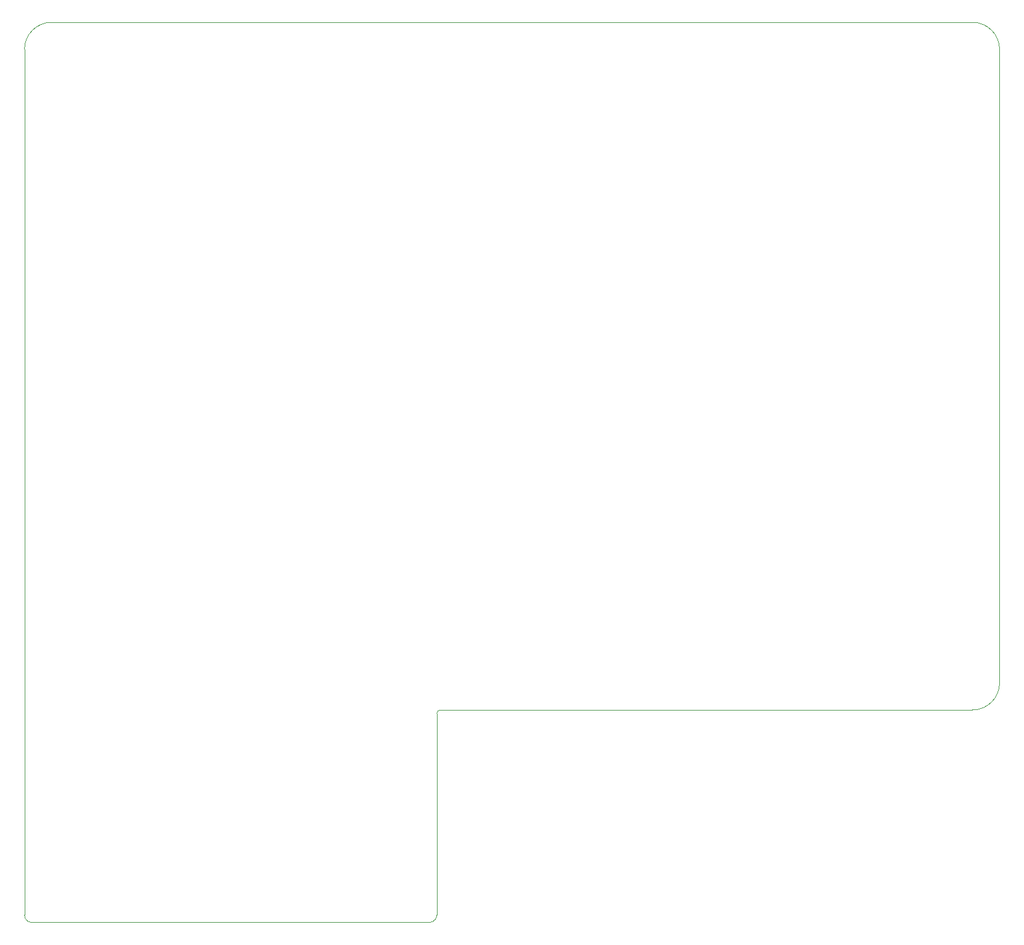
<source format=gm1>
G04 #@! TF.GenerationSoftware,KiCad,Pcbnew,(5.1.9)-1*
G04 #@! TF.CreationDate,2023-02-03T17:28:33+00:00*
G04 #@! TF.ProjectId,C64RAMCart,43363452-414d-4436-9172-742e6b696361,rev?*
G04 #@! TF.SameCoordinates,Original*
G04 #@! TF.FileFunction,Profile,NP*
%FSLAX46Y46*%
G04 Gerber Fmt 4.6, Leading zero omitted, Abs format (unit mm)*
G04 Created by KiCad (PCBNEW (5.1.9)-1) date 2023-02-03 17:28:33*
%MOMM*%
%LPD*%
G01*
G04 APERTURE LIST*
G04 #@! TA.AperFunction,Profile*
%ADD10C,0.025400*%
G04 #@! TD*
G04 APERTURE END LIST*
D10*
X80079000Y-39111000D02*
G75*
G02*
X83889000Y-35301000I3810000J0D01*
G01*
X213250000Y-35301000D02*
X83889000Y-35301000D01*
X213250000Y-35301000D02*
G75*
G02*
X217060000Y-39111000I0J-3810000D01*
G01*
X217060000Y-128095000D02*
G75*
G02*
X213250000Y-131905000I-3810000J0D01*
G01*
X138499000Y-131905000D02*
G75*
G03*
X137991000Y-132413000I0J-508000D01*
G01*
X213250000Y-131905000D02*
X138499000Y-131905000D01*
X217060000Y-128095000D02*
X217060000Y-39111000D01*
X137991000Y-132413000D02*
X137991000Y-160353000D01*
X80079000Y-160353000D02*
X80079000Y-160734000D01*
X80079000Y-160734000D02*
G75*
G03*
X81095000Y-161750000I1016000J0D01*
G01*
X137991000Y-160734000D02*
X137991000Y-160353000D01*
X136975000Y-161750000D02*
G75*
G03*
X137991000Y-160734000I0J1016000D01*
G01*
X80079000Y-39111000D02*
X80079000Y-160353000D01*
X81095000Y-161750000D02*
X136975000Y-161750000D01*
M02*

</source>
